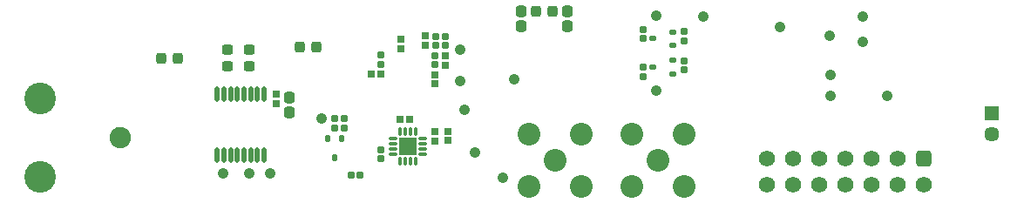
<source format=gbs>
G04*
G04 #@! TF.GenerationSoftware,Altium Limited,Altium Designer,23.10.1 (27)*
G04*
G04 Layer_Color=16711935*
%FSAX25Y25*%
%MOIN*%
G70*
G04*
G04 #@! TF.SameCoordinates,DD09C1F2-BA3A-4F81-A9C7-6BB9A0416EC0*
G04*
G04*
G04 #@! TF.FilePolarity,Negative*
G04*
G01*
G75*
%ADD56O,0.01284X0.03647*%
%ADD58O,0.03647X0.01284*%
%ADD68O,0.02072X0.05812*%
G04:AMPARAMS|DCode=73|XSize=26.62mil|YSize=26.62mil|CornerRadius=7.41mil|HoleSize=0mil|Usage=FLASHONLY|Rotation=0.000|XOffset=0mil|YOffset=0mil|HoleType=Round|Shape=RoundedRectangle|*
%AMROUNDEDRECTD73*
21,1,0.02662,0.01181,0,0,0.0*
21,1,0.01181,0.02662,0,0,0.0*
1,1,0.01481,0.00591,-0.00591*
1,1,0.01481,-0.00591,-0.00591*
1,1,0.01481,-0.00591,0.00591*
1,1,0.01481,0.00591,0.00591*
%
%ADD73ROUNDEDRECTD73*%
G04:AMPARAMS|DCode=79|XSize=28.2mil|YSize=28.2mil|CornerRadius=7.8mil|HoleSize=0mil|Usage=FLASHONLY|Rotation=180.000|XOffset=0mil|YOffset=0mil|HoleType=Round|Shape=RoundedRectangle|*
%AMROUNDEDRECTD79*
21,1,0.02820,0.01260,0,0,180.0*
21,1,0.01260,0.02820,0,0,180.0*
1,1,0.01560,-0.00630,0.00630*
1,1,0.01560,0.00630,0.00630*
1,1,0.01560,0.00630,-0.00630*
1,1,0.01560,-0.00630,-0.00630*
%
%ADD79ROUNDEDRECTD79*%
G04:AMPARAMS|DCode=80|XSize=28.2mil|YSize=28.2mil|CornerRadius=7.8mil|HoleSize=0mil|Usage=FLASHONLY|Rotation=270.000|XOffset=0mil|YOffset=0mil|HoleType=Round|Shape=RoundedRectangle|*
%AMROUNDEDRECTD80*
21,1,0.02820,0.01260,0,0,270.0*
21,1,0.01260,0.02820,0,0,270.0*
1,1,0.01560,-0.00630,-0.00630*
1,1,0.01560,-0.00630,0.00630*
1,1,0.01560,0.00630,0.00630*
1,1,0.01560,0.00630,-0.00630*
%
%ADD80ROUNDEDRECTD80*%
G04:AMPARAMS|DCode=81|XSize=40.4mil|YSize=44.34mil|CornerRadius=10.85mil|HoleSize=0mil|Usage=FLASHONLY|Rotation=0.000|XOffset=0mil|YOffset=0mil|HoleType=Round|Shape=RoundedRectangle|*
%AMROUNDEDRECTD81*
21,1,0.04040,0.02264,0,0,0.0*
21,1,0.01870,0.04434,0,0,0.0*
1,1,0.02170,0.00935,-0.01132*
1,1,0.02170,-0.00935,-0.01132*
1,1,0.02170,-0.00935,0.01132*
1,1,0.02170,0.00935,0.01132*
%
%ADD81ROUNDEDRECTD81*%
G04:AMPARAMS|DCode=82|XSize=42.37mil|YSize=38.43mil|CornerRadius=10.36mil|HoleSize=0mil|Usage=FLASHONLY|Rotation=270.000|XOffset=0mil|YOffset=0mil|HoleType=Round|Shape=RoundedRectangle|*
%AMROUNDEDRECTD82*
21,1,0.04237,0.01772,0,0,270.0*
21,1,0.02165,0.03843,0,0,270.0*
1,1,0.02072,-0.00886,-0.01083*
1,1,0.02072,-0.00886,0.01083*
1,1,0.02072,0.00886,0.01083*
1,1,0.02072,0.00886,-0.01083*
%
%ADD82ROUNDEDRECTD82*%
G04:AMPARAMS|DCode=83|XSize=26.62mil|YSize=26.62mil|CornerRadius=7.41mil|HoleSize=0mil|Usage=FLASHONLY|Rotation=270.000|XOffset=0mil|YOffset=0mil|HoleType=Round|Shape=RoundedRectangle|*
%AMROUNDEDRECTD83*
21,1,0.02662,0.01181,0,0,270.0*
21,1,0.01181,0.02662,0,0,270.0*
1,1,0.01481,-0.00591,-0.00591*
1,1,0.01481,-0.00591,0.00591*
1,1,0.01481,0.00591,0.00591*
1,1,0.01481,0.00591,-0.00591*
%
%ADD83ROUNDEDRECTD83*%
G04:AMPARAMS|DCode=85|XSize=42.37mil|YSize=38.43mil|CornerRadius=10.36mil|HoleSize=0mil|Usage=FLASHONLY|Rotation=0.000|XOffset=0mil|YOffset=0mil|HoleType=Round|Shape=RoundedRectangle|*
%AMROUNDEDRECTD85*
21,1,0.04237,0.01772,0,0,0.0*
21,1,0.02165,0.03843,0,0,0.0*
1,1,0.02072,0.01083,-0.00886*
1,1,0.02072,-0.01083,-0.00886*
1,1,0.02072,-0.01083,0.00886*
1,1,0.02072,0.01083,0.00886*
%
%ADD85ROUNDEDRECTD85*%
%ADD86C,0.08725*%
%ADD87C,0.08174*%
%ADD88C,0.12111*%
%ADD89C,0.05686*%
%ADD90R,0.05686X0.05686*%
%ADD91C,0.06206*%
G04:AMPARAMS|DCode=92|XSize=62.06mil|YSize=62.06mil|CornerRadius=16.26mil|HoleSize=0mil|Usage=FLASHONLY|Rotation=180.000|XOffset=0mil|YOffset=0mil|HoleType=Round|Shape=RoundedRectangle|*
%AMROUNDEDRECTD92*
21,1,0.06206,0.02953,0,0,180.0*
21,1,0.02953,0.06206,0,0,180.0*
1,1,0.03253,-0.01476,0.01476*
1,1,0.03253,0.01476,0.01476*
1,1,0.03253,0.01476,-0.01476*
1,1,0.03253,-0.01476,-0.01476*
%
%ADD92ROUNDEDRECTD92*%
%ADD117C,0.04237*%
%ADD118R,0.06599X0.06599*%
G04:AMPARAMS|DCode=119|XSize=21.5mil|YSize=26.62mil|CornerRadius=6.13mil|HoleSize=0mil|Usage=FLASHONLY|Rotation=270.000|XOffset=0mil|YOffset=0mil|HoleType=Round|Shape=RoundedRectangle|*
%AMROUNDEDRECTD119*
21,1,0.02150,0.01437,0,0,270.0*
21,1,0.00925,0.02662,0,0,270.0*
1,1,0.01225,-0.00719,-0.00463*
1,1,0.01225,-0.00719,0.00463*
1,1,0.01225,0.00719,0.00463*
1,1,0.01225,0.00719,-0.00463*
%
%ADD119ROUNDEDRECTD119*%
G04:AMPARAMS|DCode=120|XSize=21.5mil|YSize=26.62mil|CornerRadius=6.13mil|HoleSize=0mil|Usage=FLASHONLY|Rotation=0.000|XOffset=0mil|YOffset=0mil|HoleType=Round|Shape=RoundedRectangle|*
%AMROUNDEDRECTD120*
21,1,0.02150,0.01437,0,0,0.0*
21,1,0.00925,0.02662,0,0,0.0*
1,1,0.01225,0.00463,-0.00719*
1,1,0.01225,-0.00463,-0.00719*
1,1,0.01225,-0.00463,0.00719*
1,1,0.01225,0.00463,0.00719*
%
%ADD120ROUNDEDRECTD120*%
D56*
X0156004Y0015551D02*
D03*
X0157972D02*
D03*
X0159941D02*
D03*
X0161909D02*
D03*
Y0026772D02*
D03*
X0159941D02*
D03*
X0157972D02*
D03*
X0156004D02*
D03*
D58*
X0164567Y0018209D02*
D03*
Y0020177D02*
D03*
Y0022146D02*
D03*
Y0024114D02*
D03*
X0153347D02*
D03*
Y0022146D02*
D03*
Y0020177D02*
D03*
Y0018209D02*
D03*
D68*
X0104035Y0017815D02*
D03*
X0101476D02*
D03*
X0098917D02*
D03*
X0096358D02*
D03*
X0093799D02*
D03*
X0091240D02*
D03*
X0088681D02*
D03*
X0086122D02*
D03*
X0104035Y0041043D02*
D03*
X0101476D02*
D03*
X0098917D02*
D03*
X0096358D02*
D03*
X0093799D02*
D03*
X0091240D02*
D03*
X0088681D02*
D03*
X0086122D02*
D03*
D73*
X0248917Y0048031D02*
D03*
Y0051575D02*
D03*
X0248917Y0065945D02*
D03*
Y0062402D02*
D03*
X0264567Y0053937D02*
D03*
Y0050394D02*
D03*
Y0065158D02*
D03*
Y0061614D02*
D03*
X0169587Y0063287D02*
D03*
Y0059744D02*
D03*
X0173327Y0059744D02*
D03*
Y0063287D02*
D03*
X0131004Y0031791D02*
D03*
Y0028248D02*
D03*
X0148622Y0056201D02*
D03*
Y0052658D02*
D03*
X0134744Y0031791D02*
D03*
Y0028248D02*
D03*
X0148819Y0016437D02*
D03*
Y0019980D02*
D03*
X0169488Y0056004D02*
D03*
Y0052461D02*
D03*
D79*
X0108563Y0041083D02*
D03*
Y0037461D02*
D03*
X0174213Y0027008D02*
D03*
Y0023386D02*
D03*
X0173327Y0055945D02*
D03*
Y0052323D02*
D03*
X0156398Y0058524D02*
D03*
Y0062146D02*
D03*
X0165748Y0063524D02*
D03*
Y0059902D02*
D03*
X0169390Y0048661D02*
D03*
Y0045039D02*
D03*
X0169193Y0026909D02*
D03*
Y0023287D02*
D03*
D80*
X0148661Y0048720D02*
D03*
X0145039D02*
D03*
X0159685Y0031398D02*
D03*
X0156063D02*
D03*
D81*
X0113583Y0034252D02*
D03*
Y0039961D02*
D03*
X0202264Y0067224D02*
D03*
Y0072933D02*
D03*
X0219980Y0067224D02*
D03*
Y0072933D02*
D03*
D82*
X0064567Y0055020D02*
D03*
X0124114Y0059055D02*
D03*
X0117815D02*
D03*
X0207972Y0073032D02*
D03*
X0214272D02*
D03*
X0070866Y0055020D02*
D03*
D83*
X0137303Y0010039D02*
D03*
X0140847D02*
D03*
D85*
X0089862Y0058071D02*
D03*
X0098228D02*
D03*
X0089862Y0051772D02*
D03*
X0098228D02*
D03*
D86*
X0244724Y0005748D02*
D03*
X0264724D02*
D03*
Y0025748D02*
D03*
X0244724D02*
D03*
X0254724Y0015748D02*
D03*
X0205354Y0005748D02*
D03*
X0225354D02*
D03*
Y0025748D02*
D03*
X0205354D02*
D03*
X0215354Y0015748D02*
D03*
D87*
X0049114Y0024508D02*
D03*
D88*
X0018406Y0009547D02*
D03*
Y0039469D02*
D03*
D89*
X0382480Y0025984D02*
D03*
D90*
Y0033858D02*
D03*
D91*
X0296424Y0006465D02*
D03*
Y0016417D02*
D03*
X0306424D02*
D03*
Y0006465D02*
D03*
X0316378Y0006417D02*
D03*
Y0016417D02*
D03*
X0326378Y0006417D02*
D03*
Y0016417D02*
D03*
X0356378Y0006417D02*
D03*
X0346378Y0016417D02*
D03*
Y0006417D02*
D03*
X0336378Y0016417D02*
D03*
Y0006417D02*
D03*
D92*
X0356378Y0016417D02*
D03*
D117*
X0088287Y0010827D02*
D03*
X0199606Y0046850D02*
D03*
X0179035Y0046358D02*
D03*
X0179134Y0058366D02*
D03*
X0254035Y0071063D02*
D03*
Y0042520D02*
D03*
X0301476Y0066732D02*
D03*
X0320571Y0040551D02*
D03*
X0333169Y0070768D02*
D03*
X0320571Y0048622D02*
D03*
X0320473Y0063681D02*
D03*
X0342323Y0040551D02*
D03*
X0333169Y0061122D02*
D03*
X0184646Y0018898D02*
D03*
X0195276Y0009055D02*
D03*
X0180709Y0035039D02*
D03*
X0125886Y0031791D02*
D03*
X0106398Y0010827D02*
D03*
X0098327D02*
D03*
X0271949Y0070965D02*
D03*
D118*
X0158957Y0021161D02*
D03*
D119*
X0252854Y0051575D02*
D03*
X0260335Y0054134D02*
D03*
Y0049016D02*
D03*
X0252854Y0062402D02*
D03*
X0260335Y0064961D02*
D03*
Y0059842D02*
D03*
D120*
X0131004Y0016732D02*
D03*
X0128445Y0024213D02*
D03*
X0133563D02*
D03*
M02*

</source>
